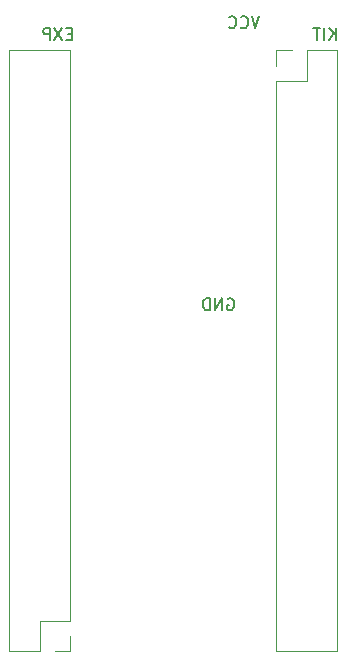
<source format=gbo>
G04 #@! TF.GenerationSoftware,KiCad,Pcbnew,7.0.10*
G04 #@! TF.CreationDate,2024-08-03T14:28:38+12:00*
G04 #@! TF.ProjectId,Z80 Bus Adapter,5a383020-4275-4732-9041-646170746572,rev?*
G04 #@! TF.SameCoordinates,Original*
G04 #@! TF.FileFunction,Legend,Bot*
G04 #@! TF.FilePolarity,Positive*
%FSLAX46Y46*%
G04 Gerber Fmt 4.6, Leading zero omitted, Abs format (unit mm)*
G04 Created by KiCad (PCBNEW 7.0.10) date 2024-08-03 14:28:38*
%MOMM*%
%LPD*%
G01*
G04 APERTURE LIST*
%ADD10C,0.150000*%
%ADD11C,0.120000*%
%ADD12R,1.700000X1.700000*%
%ADD13O,1.700000X1.700000*%
G04 APERTURE END LIST*
D10*
X102025220Y-39224009D02*
X101691887Y-39224009D01*
X101549030Y-39747819D02*
X102025220Y-39747819D01*
X102025220Y-39747819D02*
X102025220Y-38747819D01*
X102025220Y-38747819D02*
X101549030Y-38747819D01*
X101215696Y-38747819D02*
X100549030Y-39747819D01*
X100549030Y-38747819D02*
X101215696Y-39747819D01*
X100168077Y-39747819D02*
X100168077Y-38747819D01*
X100168077Y-38747819D02*
X99787125Y-38747819D01*
X99787125Y-38747819D02*
X99691887Y-38795438D01*
X99691887Y-38795438D02*
X99644268Y-38843057D01*
X99644268Y-38843057D02*
X99596649Y-38938295D01*
X99596649Y-38938295D02*
X99596649Y-39081152D01*
X99596649Y-39081152D02*
X99644268Y-39176390D01*
X99644268Y-39176390D02*
X99691887Y-39224009D01*
X99691887Y-39224009D02*
X99787125Y-39271628D01*
X99787125Y-39271628D02*
X100168077Y-39271628D01*
X115217411Y-61655438D02*
X115312649Y-61607819D01*
X115312649Y-61607819D02*
X115455506Y-61607819D01*
X115455506Y-61607819D02*
X115598363Y-61655438D01*
X115598363Y-61655438D02*
X115693601Y-61750676D01*
X115693601Y-61750676D02*
X115741220Y-61845914D01*
X115741220Y-61845914D02*
X115788839Y-62036390D01*
X115788839Y-62036390D02*
X115788839Y-62179247D01*
X115788839Y-62179247D02*
X115741220Y-62369723D01*
X115741220Y-62369723D02*
X115693601Y-62464961D01*
X115693601Y-62464961D02*
X115598363Y-62560200D01*
X115598363Y-62560200D02*
X115455506Y-62607819D01*
X115455506Y-62607819D02*
X115360268Y-62607819D01*
X115360268Y-62607819D02*
X115217411Y-62560200D01*
X115217411Y-62560200D02*
X115169792Y-62512580D01*
X115169792Y-62512580D02*
X115169792Y-62179247D01*
X115169792Y-62179247D02*
X115360268Y-62179247D01*
X114741220Y-62607819D02*
X114741220Y-61607819D01*
X114741220Y-61607819D02*
X114169792Y-62607819D01*
X114169792Y-62607819D02*
X114169792Y-61607819D01*
X113693601Y-62607819D02*
X113693601Y-61607819D01*
X113693601Y-61607819D02*
X113455506Y-61607819D01*
X113455506Y-61607819D02*
X113312649Y-61655438D01*
X113312649Y-61655438D02*
X113217411Y-61750676D01*
X113217411Y-61750676D02*
X113169792Y-61845914D01*
X113169792Y-61845914D02*
X113122173Y-62036390D01*
X113122173Y-62036390D02*
X113122173Y-62179247D01*
X113122173Y-62179247D02*
X113169792Y-62369723D01*
X113169792Y-62369723D02*
X113217411Y-62464961D01*
X113217411Y-62464961D02*
X113312649Y-62560200D01*
X113312649Y-62560200D02*
X113455506Y-62607819D01*
X113455506Y-62607819D02*
X113693601Y-62607819D01*
X124377220Y-39747819D02*
X124377220Y-38747819D01*
X123805792Y-39747819D02*
X124234363Y-39176390D01*
X123805792Y-38747819D02*
X124377220Y-39319247D01*
X123377220Y-39747819D02*
X123377220Y-38747819D01*
X123043887Y-38747819D02*
X122472459Y-38747819D01*
X122758173Y-39747819D02*
X122758173Y-38747819D01*
X117916077Y-37731819D02*
X117582744Y-38731819D01*
X117582744Y-38731819D02*
X117249411Y-37731819D01*
X116344649Y-38636580D02*
X116392268Y-38684200D01*
X116392268Y-38684200D02*
X116535125Y-38731819D01*
X116535125Y-38731819D02*
X116630363Y-38731819D01*
X116630363Y-38731819D02*
X116773220Y-38684200D01*
X116773220Y-38684200D02*
X116868458Y-38588961D01*
X116868458Y-38588961D02*
X116916077Y-38493723D01*
X116916077Y-38493723D02*
X116963696Y-38303247D01*
X116963696Y-38303247D02*
X116963696Y-38160390D01*
X116963696Y-38160390D02*
X116916077Y-37969914D01*
X116916077Y-37969914D02*
X116868458Y-37874676D01*
X116868458Y-37874676D02*
X116773220Y-37779438D01*
X116773220Y-37779438D02*
X116630363Y-37731819D01*
X116630363Y-37731819D02*
X116535125Y-37731819D01*
X116535125Y-37731819D02*
X116392268Y-37779438D01*
X116392268Y-37779438D02*
X116344649Y-37827057D01*
X115344649Y-38636580D02*
X115392268Y-38684200D01*
X115392268Y-38684200D02*
X115535125Y-38731819D01*
X115535125Y-38731819D02*
X115630363Y-38731819D01*
X115630363Y-38731819D02*
X115773220Y-38684200D01*
X115773220Y-38684200D02*
X115868458Y-38588961D01*
X115868458Y-38588961D02*
X115916077Y-38493723D01*
X115916077Y-38493723D02*
X115963696Y-38303247D01*
X115963696Y-38303247D02*
X115963696Y-38160390D01*
X115963696Y-38160390D02*
X115916077Y-37969914D01*
X115916077Y-37969914D02*
X115868458Y-37874676D01*
X115868458Y-37874676D02*
X115773220Y-37779438D01*
X115773220Y-37779438D02*
X115630363Y-37731819D01*
X115630363Y-37731819D02*
X115535125Y-37731819D01*
X115535125Y-37731819D02*
X115392268Y-37779438D01*
X115392268Y-37779438D02*
X115344649Y-37827057D01*
D11*
X124520000Y-91500000D02*
X119320000Y-91500000D01*
X124520000Y-40580000D02*
X124520000Y-91500000D01*
X124520000Y-40580000D02*
X121920000Y-40580000D01*
X121920000Y-43180000D02*
X119320000Y-43180000D01*
X121920000Y-40580000D02*
X121920000Y-43180000D01*
X120650000Y-40580000D02*
X119320000Y-40580000D01*
X119320000Y-43180000D02*
X119320000Y-91500000D01*
X119320000Y-40580000D02*
X119320000Y-41910000D01*
X96714000Y-40580000D02*
X101914000Y-40580000D01*
X96714000Y-91500000D02*
X96714000Y-40580000D01*
X96714000Y-91500000D02*
X99314000Y-91500000D01*
X99314000Y-88900000D02*
X101914000Y-88900000D01*
X99314000Y-91500000D02*
X99314000Y-88900000D01*
X100584000Y-91500000D02*
X101914000Y-91500000D01*
X101914000Y-88900000D02*
X101914000Y-40580000D01*
X101914000Y-91500000D02*
X101914000Y-90170000D01*
%LPC*%
D12*
X110236000Y-38354000D03*
D13*
X112776000Y-38354000D03*
D12*
X111252000Y-62230000D03*
X120650000Y-41910000D03*
D13*
X123190000Y-41910000D03*
X120650000Y-44450000D03*
X123190000Y-44450000D03*
X120650000Y-46990000D03*
X123190000Y-46990000D03*
X120650000Y-49530000D03*
X123190000Y-49530000D03*
X120650000Y-52070000D03*
X123190000Y-52070000D03*
X120650000Y-54610000D03*
X123190000Y-54610000D03*
X120650000Y-57150000D03*
X123190000Y-57150000D03*
X120650000Y-59690000D03*
X123190000Y-59690000D03*
X120650000Y-62230000D03*
X123190000Y-62230000D03*
X120650000Y-64770000D03*
X123190000Y-64770000D03*
X120650000Y-67310000D03*
X123190000Y-67310000D03*
X120650000Y-69850000D03*
X123190000Y-69850000D03*
X120650000Y-72390000D03*
X123190000Y-72390000D03*
X120650000Y-74930000D03*
X123190000Y-74930000D03*
X120650000Y-77470000D03*
X123190000Y-77470000D03*
X120650000Y-80010000D03*
X123190000Y-80010000D03*
X120650000Y-82550000D03*
X123190000Y-82550000D03*
X120650000Y-85090000D03*
X123190000Y-85090000D03*
X120650000Y-87630000D03*
X123190000Y-87630000D03*
X120650000Y-90170000D03*
X123190000Y-90170000D03*
D12*
X100584000Y-90170000D03*
D13*
X98044000Y-90170000D03*
X100584000Y-87630000D03*
X98044000Y-87630000D03*
X100584000Y-85090000D03*
X98044000Y-85090000D03*
X100584000Y-82550000D03*
X98044000Y-82550000D03*
X100584000Y-80010000D03*
X98044000Y-80010000D03*
X100584000Y-77470000D03*
X98044000Y-77470000D03*
X100584000Y-74930000D03*
X98044000Y-74930000D03*
X100584000Y-72390000D03*
X98044000Y-72390000D03*
X100584000Y-69850000D03*
X98044000Y-69850000D03*
X100584000Y-67310000D03*
X98044000Y-67310000D03*
X100584000Y-64770000D03*
X98044000Y-64770000D03*
X100584000Y-62230000D03*
X98044000Y-62230000D03*
X100584000Y-59690000D03*
X98044000Y-59690000D03*
X100584000Y-57150000D03*
X98044000Y-57150000D03*
X100584000Y-54610000D03*
X98044000Y-54610000D03*
X100584000Y-52070000D03*
X98044000Y-52070000D03*
X100584000Y-49530000D03*
X98044000Y-49530000D03*
X100584000Y-46990000D03*
X98044000Y-46990000D03*
X100584000Y-44450000D03*
X98044000Y-44450000D03*
X100584000Y-41910000D03*
X98044000Y-41910000D03*
%LPD*%
M02*

</source>
